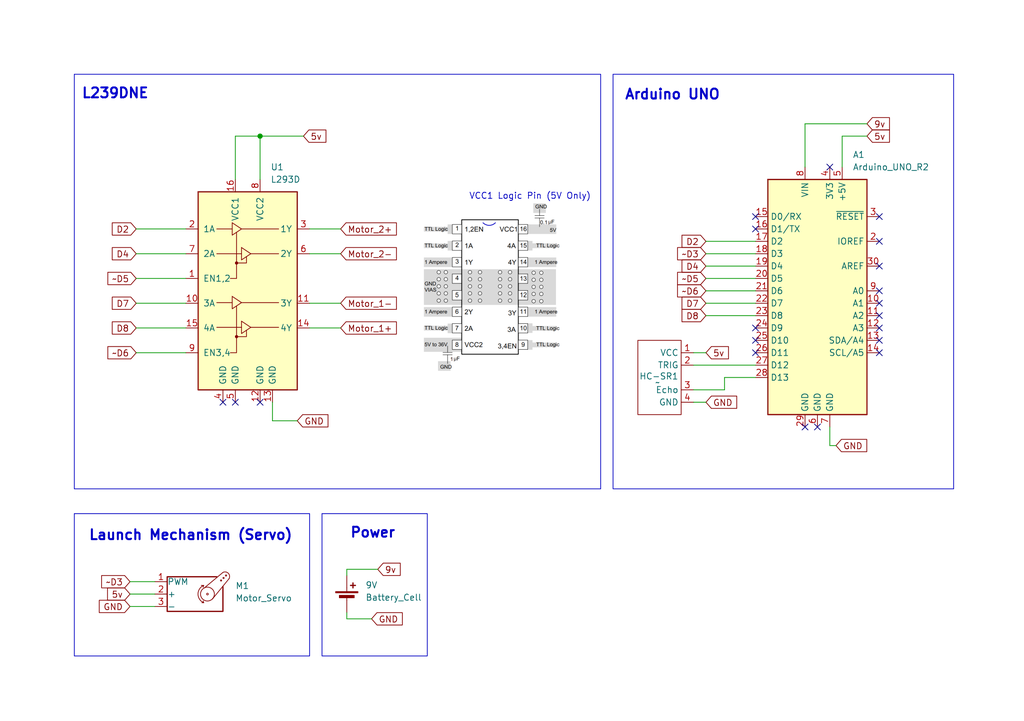
<source format=kicad_sch>
(kicad_sch (version 20250114) (generator "eeschema") (generator_version "9.0")
  (paper "A5")
  (lib_symbols
    (symbol "Device:Battery_Cell" (pin_numbers (hide yes)) (pin_names (offset 0) (hide yes))
      (property "Reference" "BT" (at 2.54 2.54 0))
      (property "Value" "Battery_Cell" (at 2.54 0 0))
      (symbol "Battery_Cell_0_1"
        (rectangle (start -2.286 1.778) (end 2.286 1.524) (fill (type outline)))
        (rectangle (start -1.524 1.016) (end 1.524 0.508) (fill (type outline)))
        (polyline (pts (xy 0 1.778) (xy 0 2.54)))
        (polyline (pts (xy 0 0.762) (xy 0 0)))
        (polyline (pts (xy 0.762 3.048) (xy 1.778 3.048)) (stroke (width 0.254)))
        (polyline (pts (xy 1.27 3.556) (xy 1.27 2.54)) (stroke (width 0.254)))
      )
      (symbol "Battery_Cell_1_1"
        (pin passive line (at 0 5.08 270) (length 2.54) (name "+") (number "1"))
        (pin passive line (at 0 -2.54 90) (length 2.54) (name "-") (number "2"))
      )
    )
    (symbol "Driver_Motor:L293D" (pin_names (offset 1.016))
      (property "Reference" "U" (at -5.08 26.035 0))
      (property "Value" "L293D" (at -5.08 24.13 0))
      (symbol "L293D_0_1"
        (rectangle (start -10.16 22.86) (end 10.16 -17.78) (stroke (width 0.254)) (fill (type background)))
        (polyline (pts (xy -6.35 15.24) (xy -3.175 15.24)))
        (polyline (pts (xy -6.35 10.16) (xy -1.27 10.16)))
        (polyline (pts (xy -6.35 0.127) (xy -3.175 0.127)))
        (polyline (pts (xy -6.35 -4.953) (xy -1.27 -4.953)))
        (polyline (pts (xy -3.175 16.51) (xy -3.175 13.97) (xy -1.27 15.24) (xy -3.175 16.51)))
        (polyline (pts (xy -3.175 1.397) (xy -3.175 -1.143) (xy -1.27 0.127) (xy -3.175 1.397)))
        (polyline (pts (xy -2.286 14.478) (xy -2.286 5.08) (xy -3.556 5.08)))
        (circle (center -2.286 8.255) (radius 0.254) (fill (type outline)))
        (polyline (pts (xy -2.286 8.255) (xy -0.254 8.255) (xy -0.254 9.525)))
        (polyline (pts (xy -2.286 -0.635) (xy -2.286 -10.16) (xy -3.556 -10.16)))
        (circle (center -2.286 -6.858) (radius 0.254) (fill (type outline)))
        (polyline (pts (xy -2.286 -6.858) (xy -0.254 -6.858) (xy -0.254 -5.588)))
        (polyline (pts (xy -1.27 15.24) (xy 6.35 15.24)))
        (polyline (pts (xy -1.27 11.43) (xy -1.27 8.89) (xy 0.635 10.16) (xy -1.27 11.43)))
        (polyline (pts (xy -1.27 0.127) (xy 6.35 0.127)))
        (polyline (pts (xy -1.27 -3.683) (xy -1.27 -6.223) (xy 0.635 -4.953) (xy -1.27 -3.683)))
        (polyline (pts (xy 0.635 10.16) (xy 6.35 10.16)))
        (polyline (pts (xy 0.635 -4.953) (xy 6.35 -4.953)))
      )
      (symbol "L293D_1_1"
        (pin input line (at -12.7 15.24 0) (length 2.54) (name "1A") (number "2"))
        (pin input line (at -12.7 10.16 0) (length 2.54) (name "2A") (number "7"))
        (pin input line (at -12.7 5.08 0) (length 2.54) (name "EN1,2") (number "1"))
        (pin input line (at -12.7 0 0) (length 2.54) (name "3A") (number "10"))
        (pin input line (at -12.7 -5.08 0) (length 2.54) (name "4A") (number "15"))
        (pin input line (at -12.7 -10.16 0) (length 2.54) (name "EN3,4") (number "9"))
        (pin power_in line (at -5.08 -20.32 90) (length 2.54) (name "GND") (number "4"))
        (pin power_in line (at -2.54 25.4 270) (length 2.54) (name "VCC1") (number "16"))
        (pin power_in line (at -2.54 -20.32 90) (length 2.54) (name "GND") (number "5"))
        (pin power_in line (at 2.54 25.4 270) (length 2.54) (name "VCC2") (number "8"))
        (pin power_in line (at 2.54 -20.32 90) (length 2.54) (name "GND") (number "12"))
        (pin power_in line (at 5.08 -20.32 90) (length 2.54) (name "GND") (number "13"))
        (pin output line (at 12.7 15.24 180) (length 2.54) (name "1Y") (number "3"))
        (pin output line (at 12.7 10.16 180) (length 2.54) (name "2Y") (number "6"))
        (pin output line (at 12.7 0 180) (length 2.54) (name "3Y") (number "11"))
        (pin output line (at 12.7 -5.08 180) (length 2.54) (name "4Y") (number "14"))
      )
    )
    (symbol "MCU_Module:Arduino_UNO_R2"
      (property "Reference" "A" (at -10.16 23.495 0))
      (property "Value" "Arduino_UNO_R2" (at 5.08 -26.67 0))
      (symbol "Arduino_UNO_R2_0_1"
        (rectangle (start -10.16 22.86) (end 10.16 -25.4) (stroke (width 0.254)) (fill (type background)))
      )
      (symbol "Arduino_UNO_R2_1_1"
        (pin bidirectional line (at -12.7 15.24 0) (length 2.54) (name "D0/RX") (number "15"))
        (pin bidirectional line (at -12.7 12.7 0) (length 2.54) (name "D1/TX") (number "16"))
        (pin bidirectional line (at -12.7 10.16 0) (length 2.54) (name "D2") (number "17"))
        (pin bidirectional line (at -12.7 7.62 0) (length 2.54) (name "D3") (number "18"))
        (pin bidirectional line (at -12.7 5.08 0) (length 2.54) (name "D4") (number "19"))
        (pin bidirectional line (at -12.7 2.54 0) (length 2.54) (name "D5") (number "20"))
        (pin bidirectional line (at -12.7 0 0) (length 2.54) (name "D6") (number "21"))
        (pin bidirectional line (at -12.7 -2.54 0) (length 2.54) (name "D7") (number "22"))
        (pin bidirectional line (at -12.7 -5.08 0) (length 2.54) (name "D8") (number "23"))
        (pin bidirectional line (at -12.7 -7.62 0) (length 2.54) (name "D9") (number "24"))
        (pin bidirectional line (at -12.7 -10.16 0) (length 2.54) (name "D10") (number "25"))
        (pin bidirectional line (at -12.7 -12.7 0) (length 2.54) (name "D11") (number "26"))
        (pin bidirectional line (at -12.7 -15.24 0) (length 2.54) (name "D12") (number "27"))
        (pin bidirectional line (at -12.7 -17.78 0) (length 2.54) (name "D13") (number "28"))
        (pin no_connect line (at -10.16 -20.32 0) (length 2.54) (hide yes) (name "NC") (number "1"))
        (pin power_in line (at -2.54 25.4 270) (length 2.54) (name "VIN") (number "8"))
        (pin power_in line (at -2.54 -27.94 90) (length 2.54) (name "GND") (number "29"))
        (pin power_in line (at 0 -27.94 90) (length 2.54) (name "GND") (number "6"))
        (pin power_out line (at 2.54 25.4 270) (length 2.54) (name "3V3") (number "4"))
        (pin power_in line (at 2.54 -27.94 90) (length 2.54) (name "GND") (number "7"))
        (pin power_out line (at 5.08 25.4 270) (length 2.54) (name "+5V") (number "5"))
        (pin input line (at 12.7 15.24 180) (length 2.54) (name "~{RESET}") (number "3"))
        (pin output line (at 12.7 10.16 180) (length 2.54) (name "IOREF") (number "2"))
        (pin input line (at 12.7 5.08 180) (length 2.54) (name "AREF") (number "30"))
        (pin bidirectional line (at 12.7 0 180) (length 2.54) (name "A0") (number "9"))
        (pin bidirectional line (at 12.7 -2.54 180) (length 2.54) (name "A1") (number "10"))
        (pin bidirectional line (at 12.7 -5.08 180) (length 2.54) (name "A2") (number "11"))
        (pin bidirectional line (at 12.7 -7.62 180) (length 2.54) (name "A3") (number "12"))
        (pin bidirectional line (at 12.7 -10.16 180) (length 2.54) (name "SDA/A4") (number "13"))
        (pin bidirectional line (at 12.7 -12.7 180) (length 2.54) (name "SCL/A5") (number "14"))
      )
    )
    (symbol "Motor:Motor_Servo" (pin_names (offset 0.0254))
      (property "Reference" "M" (at -5.08 4.445 0))
      (property "Value" "Motor_Servo" (at -5.08 -4.064 0))
      (symbol "Motor_Servo_0_1"
        (polyline (pts (xy 2.413 1.778) (xy 1.905 1.778)))
        (polyline (pts (xy 2.413 1.778) (xy 2.286 1.397)))
        (polyline (pts (xy 2.413 -1.778) (xy 2.032 -1.778)))
        (polyline (pts (xy 2.413 -1.778) (xy 2.286 -1.397)))
        (arc (start 2.413 -1.778) (mid 1.2406 0) (end 2.413 1.778))
        (circle (center 3.175 0) (radius 0.1778))
        (circle (center 3.175 0) (radius 1.4224))
        (polyline (pts (xy 5.08 3.556) (xy -5.08 3.556) (xy -5.08 -3.556) (xy 6.35 -3.556) (xy 6.35 1.524)) (stroke (width 0.254)))
        (circle (center 5.969 2.794) (radius 0.127))
        (polyline (pts (xy 6.35 4.445) (xy 2.54 1.27)))
        (circle (center 6.477 3.302) (radius 0.127))
        (arc (start 6.35 4.445) (mid 7.4487 4.2737) (end 7.62 3.175))
        (circle (center 6.985 3.81) (radius 0.127))
        (polyline (pts (xy 7.62 3.175) (xy 4.191 -1.016)))
      )
      (symbol "Motor_Servo_1_1"
        (pin passive line (at -7.62 2.54 0) (length 2.54) (name "PWM") (number "1"))
        (pin passive line (at -7.62 0 0) (length 2.54) (name "+") (number "2"))
        (pin passive line (at -7.62 -2.54 0) (length 2.54) (name "-") (number "3"))
      )
    )
    (symbol "custom_component:HC-SR04"
      (property "Reference" "HC-SR04" (at 0 -4.064 0))
      (symbol "HC-SR04_0_1"
        (rectangle (start -7.62 2.54) (end 7.62 -6.35))
      )
      (symbol "HC-SR04_1_1"
        (pin power_in line (at -5.08 5.08 270) (length 2.54) (name "VCC") (number "1"))
        (pin input line (at -2.54 5.08 270) (length 2.54) (name "TRIG") (number "2"))
        (pin output line (at 2.54 5.08 270) (length 2.54) (name "Echo") (number "3"))
        (pin power_in line (at 5.08 5.08 270) (length 2.54) (name "GND") (number "4"))
      )
    )
  )
  (rectangle (start 15.24 15.24) (end 123.19 100.33))
  (arc (start 101.6 45.72) (mid 100.33 46.2461) (end 99.06 45.72))
  (rectangle (start 15.24 105.41) (end 63.5 134.62))
  (rectangle (start 125.73 15.24) (end 195.58 100.33))
  (rectangle (start 66.04 105.41) (end 87.63 134.62))
  (text "Arduino UNO\n" (exclude_from_sim yes) (at 137.922 19.558 0) (effects (font (size 2.032 2.032) (thickness 0.4064) (bold yes))))
  (text "L239DNE" (exclude_from_sim yes) (at 23.622 19.304 0) (effects (font (size 2.032 2.032) (thickness 0.4064) (bold yes))))
  (text "VCC1 Logic Pin (5V Only)" (exclude_from_sim yes) (at 108.712 40.386 0) (effects (font (size 1.27 1.27))))
  (text "Launch Mechanism (Servo)\n" (exclude_from_sim yes) (at 39.116 109.982 0) (effects (font (size 2.032 2.032) (thickness 0.4064) (bold yes))))
  (text "Power" (exclude_from_sim yes) (at 76.454 109.474 0) (effects (font (size 2.032 2.032) (thickness 0.4064) (bold yes))))
  (junction (at 53.34 27.94))
  (no_connect (at 180.34 49.53))
  (no_connect (at 154.94 67.31))
  (no_connect (at 167.64 87.63))
  (no_connect (at 165.1 87.63))
  (no_connect (at 180.34 72.39))
  (no_connect (at 45.72 82.55))
  (no_connect (at 180.34 62.23))
  (no_connect (at 154.94 46.99))
  (no_connect (at 170.18 34.29))
  (no_connect (at 48.26 82.55))
  (no_connect (at 154.94 44.45))
  (no_connect (at 180.34 54.61))
  (no_connect (at 180.34 59.69))
  (no_connect (at 180.34 69.85))
  (no_connect (at 180.34 44.45))
  (no_connect (at 180.34 64.77))
  (no_connect (at 154.94 72.39))
  (no_connect (at 154.94 69.85))
  (no_connect (at 180.34 67.31))
  (no_connect (at 53.34 82.55))
  (wire (pts (xy 148.59 80.01) (xy 148.59 77.47)))
  (wire (pts (xy 170.18 87.63) (xy 170.18 91.44)))
  (wire (pts (xy 53.34 27.94) (xy 48.26 27.94)))
  (wire (pts (xy 144.78 64.77) (xy 154.94 64.77)))
  (wire (pts (xy 48.26 27.94) (xy 48.26 36.83)))
  (wire (pts (xy 172.72 27.94) (xy 172.72 34.29)))
  (wire (pts (xy 170.18 91.44) (xy 171.45 91.44)))
  (wire (pts (xy 165.1 25.4) (xy 165.1 34.29)))
  (wire (pts (xy 177.8 25.4) (xy 165.1 25.4)))
  (wire (pts (xy 27.94 62.23) (xy 38.1 62.23)))
  (wire (pts (xy 53.34 27.94) (xy 53.34 36.83)))
  (wire (pts (xy 27.94 72.39) (xy 38.1 72.39)))
  (wire (pts (xy 148.59 77.47) (xy 154.94 77.47)))
  (wire (pts (xy 144.78 49.53) (xy 154.94 49.53)))
  (wire (pts (xy 142.24 82.55) (xy 144.78 82.55)))
  (wire (pts (xy 26.67 121.92) (xy 31.75 121.92)))
  (wire (pts (xy 142.24 74.93) (xy 154.94 74.93)))
  (wire (pts (xy 26.67 124.46) (xy 31.75 124.46)))
  (wire (pts (xy 144.78 57.15) (xy 154.94 57.15)))
  (wire (pts (xy 27.94 57.15) (xy 38.1 57.15)))
  (wire (pts (xy 63.5 62.23) (xy 69.85 62.23)))
  (wire (pts (xy 144.78 54.61) (xy 154.94 54.61)))
  (wire (pts (xy 55.88 86.36) (xy 55.88 82.55)))
  (wire (pts (xy 60.96 86.36) (xy 55.88 86.36)))
  (wire (pts (xy 63.5 52.07) (xy 69.85 52.07)))
  (wire (pts (xy 26.67 119.38) (xy 31.75 119.38)))
  (wire (pts (xy 144.78 62.23) (xy 154.94 62.23)))
  (wire (pts (xy 71.12 118.11) (xy 71.12 116.84)))
  (wire (pts (xy 63.5 67.31) (xy 69.85 67.31)))
  (wire (pts (xy 144.78 52.07) (xy 154.94 52.07)))
  (wire (pts (xy 27.94 52.07) (xy 38.1 52.07)))
  (wire (pts (xy 76.2 127) (xy 71.12 127)))
  (wire (pts (xy 142.24 80.01) (xy 148.59 80.01)))
  (wire (pts (xy 71.12 127) (xy 71.12 125.73)))
  (wire (pts (xy 63.5 46.99) (xy 69.85 46.99)))
  (wire (pts (xy 142.24 72.39) (xy 144.78 72.39)))
  (wire (pts (xy 177.8 27.94) (xy 172.72 27.94)))
  (wire (pts (xy 144.78 59.69) (xy 154.94 59.69)))
  (wire (pts (xy 62.23 27.94) (xy 53.34 27.94)))
  (wire (pts (xy 71.12 116.84) (xy 77.47 116.84)))
  (wire (pts (xy 27.94 46.99) (xy 38.1 46.99)))
  (wire (pts (xy 27.94 67.31) (xy 38.1 67.31)))
  (image (at 101.6 58.42) (scale 0.646386))
  (global_label "5v" (shape input) (at 144.78 72.39 0) (property "Intersheetrefs" "${INTERSHEET_REFS}" (effects (hide yes))))
  (global_label "Motor_1-" (shape input) (at 69.85 62.23 0) (property "Intersheetrefs" "${INTERSHEET_REFS}" (effects (hide yes))))
  (global_label "~D6" (shape input) (at 144.78 59.69 180) (property "Intersheetrefs" "${INTERSHEET_REFS}" (effects (hide yes))))
  (global_label "D8" (shape input) (at 27.94 67.31 180) (property "Intersheetrefs" "${INTERSHEET_REFS}" (effects (hide yes))))
  (global_label "5v" (shape input) (at 26.67 121.92 180) (property "Intersheetrefs" "${INTERSHEET_REFS}" (effects (hide yes))))
  (global_label "D4" (shape input) (at 27.94 52.07 180) (property "Intersheetrefs" "${INTERSHEET_REFS}" (effects (hide yes))))
  (global_label "GND" (shape input) (at 76.2 127 0) (property "Intersheetrefs" "${INTERSHEET_REFS}" (effects (hide yes))))
  (global_label "GND" (shape input) (at 171.45 91.44 0) (property "Intersheetrefs" "${INTERSHEET_REFS}" (effects (hide yes))))
  (global_label "D8" (shape input) (at 144.78 64.77 180) (property "Intersheetrefs" "${INTERSHEET_REFS}" (effects (hide yes))))
  (global_label "Motor_2-" (shape input) (at 69.85 52.07 0) (property "Intersheetrefs" "${INTERSHEET_REFS}" (effects (hide yes))))
  (global_label "~D5" (shape input) (at 27.94 57.15 180) (property "Intersheetrefs" "${INTERSHEET_REFS}" (effects (hide yes))))
  (global_label "GND" (shape input) (at 60.96 86.36 0) (property "Intersheetrefs" "${INTERSHEET_REFS}" (effects (hide yes))))
  (global_label "D7" (shape input) (at 27.94 62.23 180) (property "Intersheetrefs" "${INTERSHEET_REFS}" (effects (hide yes))))
  (global_label "~D6" (shape input) (at 27.94 72.39 180) (property "Intersheetrefs" "${INTERSHEET_REFS}" (effects (hide yes))))
  (global_label "5v" (shape input) (at 62.23 27.94 0) (property "Intersheetrefs" "${INTERSHEET_REFS}" (effects (hide yes))))
  (global_label "~D3" (shape input) (at 26.67 119.38 180) (property "Intersheetrefs" "${INTERSHEET_REFS}" (effects (hide yes))))
  (global_label "9v" (shape input) (at 177.8 25.4 0) (property "Intersheetrefs" "${INTERSHEET_REFS}" (effects (hide yes))))
  (global_label "5v" (shape input) (at 177.8 27.94 0) (property "Intersheetrefs" "${INTERSHEET_REFS}" (effects (hide yes))))
  (global_label "~D3" (shape input) (at 144.78 52.07 180) (property "Intersheetrefs" "${INTERSHEET_REFS}" (effects (hide yes))))
  (global_label "D7" (shape input) (at 144.78 62.23 180) (property "Intersheetrefs" "${INTERSHEET_REFS}" (effects (hide yes))))
  (global_label "D2" (shape input) (at 27.94 46.99 180) (property "Intersheetrefs" "${INTERSHEET_REFS}" (effects (hide yes))))
  (global_label "D2" (shape input) (at 144.78 49.53 180) (property "Intersheetrefs" "${INTERSHEET_REFS}" (effects (hide yes))))
  (global_label "D4" (shape input) (at 144.78 54.61 180) (property "Intersheetrefs" "${INTERSHEET_REFS}" (effects (hide yes))))
  (global_label "9v" (shape input) (at 77.47 116.84 0) (property "Intersheetrefs" "${INTERSHEET_REFS}" (effects (hide yes))))
  (global_label "Motor_2+" (shape input) (at 69.85 46.99 0) (property "Intersheetrefs" "${INTERSHEET_REFS}" (effects (hide yes))))
  (global_label "GND" (shape input) (at 26.67 124.46 180) (property "Intersheetrefs" "${INTERSHEET_REFS}" (effects (hide yes))))
  (global_label "GND" (shape input) (at 144.78 82.55 0) (property "Intersheetrefs" "${INTERSHEET_REFS}" (effects (hide yes))))
  (global_label "~D5" (shape input) (at 144.78 57.15 180) (property "Intersheetrefs" "${INTERSHEET_REFS}" (effects (hide yes))))
  (global_label "Motor_1+" (shape input) (at 69.85 67.31 0) (property "Intersheetrefs" "${INTERSHEET_REFS}" (effects (hide yes))))
  (symbol (lib_id "Driver_Motor:L293D") (at 50.8 62.23 0) (unit 1)
    (property "Reference" "U1" (at 55.4833 34.29 0) (effects (justify left)))
    (property "Value" "L293D" (at 55.4833 36.83 0) (effects (justify left)))
    (property "Footprint" "Package_DIP:DIP-16_W7.62mm" (effects (hide yes)))
    (property "Datasheet" "http://www.ti.com/lit/ds/symlink/l293.pdf" (effects (hide yes)))
    (property "Description" "Quadruple Half-H Drivers" (effects (hide yes)))
  )
  (symbol (lib_id "custom_component:HC-SR04") (at 137.16 77.47 270) (unit 1)
    (property "Reference" "HC-SR1" (at 135.128 77.216 90))
    (property "Value" "~" (at 134.874 78.486 90))
  )
  (symbol (lib_id "Motor:Motor_Servo") (at 39.37 121.92 0) (unit 1)
    (property "Reference" "M1" (at 48.26 120.2168 0) (effects (justify left)))
    (property "Value" "Motor_Servo" (at 48.26 122.7568 0) (effects (justify left)))
    (property "Datasheet" "http://forums.parallax.com/uploads/attachments/46831/74481.png" (effects (hide yes)))
    (property "Description" "Servo Motor (Futaba, HiTec, JR connector)" (effects (hide yes)))
  )
  (symbol (lib_id "Device:Battery_Cell") (at 71.12 123.19 0) (unit 1)
    (property "Reference" "9V" (at 74.93 120.0784 0) (effects (justify left)))
    (property "Value" "Battery_Cell" (at 74.93 122.6184 0) (effects (justify left)))
    (property "Description" "Single-cell battery" (effects (hide yes)))
    (property "Sim.Device" "V" (effects (hide yes)))
    (property "Sim.Type" "DC" (effects (hide yes)))
    (property "Sim.Pins" "1=+ 2=-" (effects (hide yes)))
  )
  (symbol (lib_id "MCU_Module:Arduino_UNO_R2") (at 167.64 59.69 0) (unit 1)
    (property "Reference" "A1" (at 174.8633 31.75 0) (effects (justify left)))
    (property "Value" "Arduino_UNO_R2" (at 174.8633 34.29 0) (effects (justify left)))
    (property "Footprint" "Module:Arduino_UNO_R2" (effects (hide yes)))
    (property "Datasheet" "https://www.arduino.cc/en/Main/arduinoBoardUno" (effects (hide yes)))
    (property "Description" "Arduino UNO Microcontroller Module, release 2" (effects (hide yes)))
  )
)
</source>
